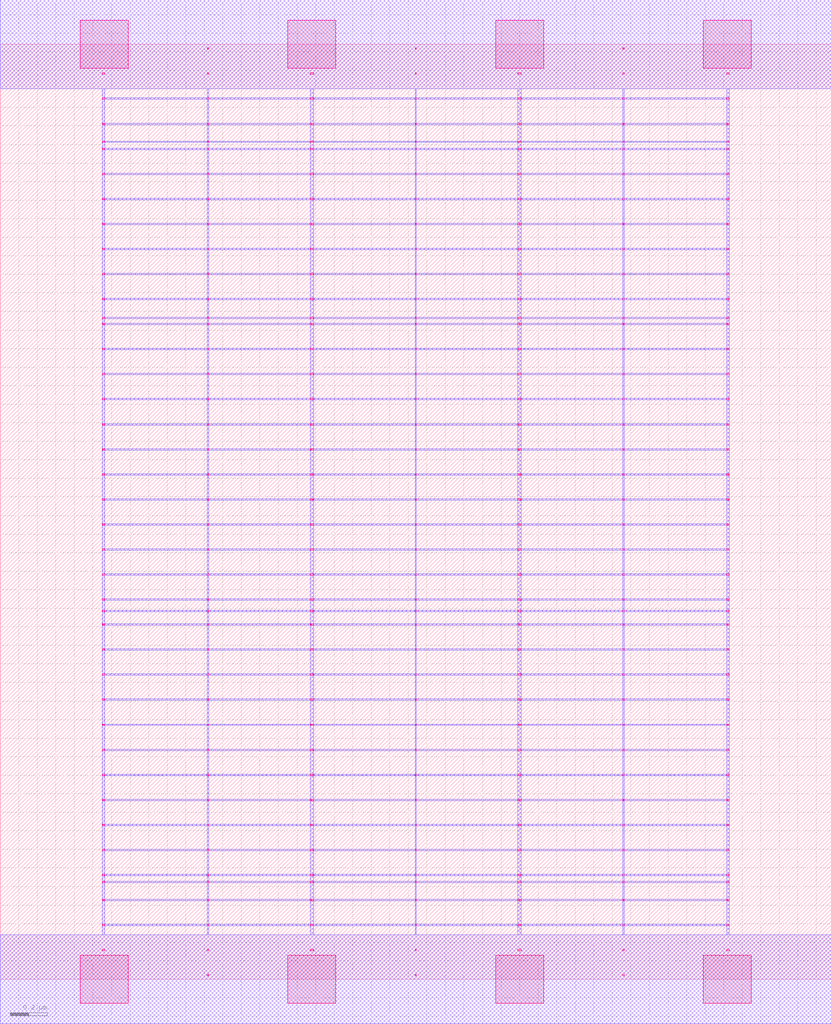
<source format=lef>
MACRO OAI21_DEBUG
 CLASS CORE ;
 FOREIGN OAI21_DEBUG 0 0 ;
 SIZE 4.48 BY 5.04 ;
 ORIGIN 0 0 ;
 SYMMETRY X Y R90 ;
 SITE unit ;

 OBS
    LAYER polycont ;
     RECT 0.55100000 2.58300000 0.56400000 2.59100000 ;
     RECT 1.11600000 2.58300000 1.12400000 2.59100000 ;
     RECT 1.67100000 2.58300000 1.68900000 2.59100000 ;
     RECT 2.23600000 2.58300000 2.24400000 2.59100000 ;
     RECT 2.79100000 2.58300000 2.80900000 2.59100000 ;
     RECT 3.35600000 2.58300000 3.36400000 2.59100000 ;
     RECT 3.91600000 2.58300000 3.92900000 2.59100000 ;
     RECT 0.55100000 2.71800000 0.56400000 2.72600000 ;
     RECT 1.11600000 2.71800000 1.12400000 2.72600000 ;
     RECT 1.67100000 2.71800000 1.68900000 2.72600000 ;
     RECT 2.23600000 2.71800000 2.24400000 2.72600000 ;
     RECT 2.79100000 2.71800000 2.80900000 2.72600000 ;
     RECT 3.35600000 2.71800000 3.36400000 2.72600000 ;
     RECT 3.91600000 2.71800000 3.92900000 2.72600000 ;
     RECT 0.55100000 2.85300000 0.56400000 2.86100000 ;
     RECT 1.11600000 2.85300000 1.12400000 2.86100000 ;
     RECT 1.67100000 2.85300000 1.68900000 2.86100000 ;
     RECT 2.23600000 2.85300000 2.24400000 2.86100000 ;
     RECT 2.79100000 2.85300000 2.80900000 2.86100000 ;
     RECT 3.35600000 2.85300000 3.36400000 2.86100000 ;
     RECT 3.91600000 2.85300000 3.92900000 2.86100000 ;
     RECT 0.55100000 2.98800000 0.56400000 2.99600000 ;
     RECT 1.11600000 2.98800000 1.12400000 2.99600000 ;
     RECT 1.67100000 2.98800000 1.68900000 2.99600000 ;
     RECT 2.23600000 2.98800000 2.24400000 2.99600000 ;
     RECT 2.79100000 2.98800000 2.80900000 2.99600000 ;
     RECT 3.35600000 2.98800000 3.36400000 2.99600000 ;
     RECT 3.91600000 2.98800000 3.92900000 2.99600000 ;

    LAYER pdiffc ;
     RECT 0.55100000 3.39300000 0.55900000 3.40100000 ;
     RECT 3.92100000 3.39300000 3.92900000 3.40100000 ;
     RECT 0.55100000 3.52800000 0.55900000 3.53600000 ;
     RECT 3.92100000 3.52800000 3.92900000 3.53600000 ;
     RECT 0.55100000 3.56100000 0.55900000 3.56900000 ;
     RECT 3.92100000 3.56100000 3.92900000 3.56900000 ;
     RECT 0.55100000 3.66300000 0.55900000 3.67100000 ;
     RECT 3.92100000 3.66300000 3.92900000 3.67100000 ;
     RECT 0.55100000 3.79800000 0.55900000 3.80600000 ;
     RECT 3.92100000 3.79800000 3.92900000 3.80600000 ;
     RECT 0.55100000 3.93300000 0.55900000 3.94100000 ;
     RECT 3.92100000 3.93300000 3.92900000 3.94100000 ;
     RECT 0.55100000 4.06800000 0.55900000 4.07600000 ;
     RECT 3.92100000 4.06800000 3.92900000 4.07600000 ;
     RECT 0.55100000 4.20300000 0.55900000 4.21100000 ;
     RECT 3.92100000 4.20300000 3.92900000 4.21100000 ;
     RECT 0.55100000 4.33800000 0.55900000 4.34600000 ;
     RECT 3.92100000 4.33800000 3.92900000 4.34600000 ;
     RECT 0.55100000 4.47300000 0.55900000 4.48100000 ;
     RECT 3.92100000 4.47300000 3.92900000 4.48100000 ;
     RECT 0.55100000 4.51100000 0.55900000 4.51900000 ;
     RECT 3.92100000 4.51100000 3.92900000 4.51900000 ;
     RECT 0.55100000 4.60800000 0.55900000 4.61600000 ;
     RECT 3.92100000 4.60800000 3.92900000 4.61600000 ;

    LAYER ndiffc ;
     RECT 0.55100000 0.42300000 0.56400000 0.43100000 ;
     RECT 1.67100000 0.42300000 1.68900000 0.43100000 ;
     RECT 2.79100000 0.42300000 2.80900000 0.43100000 ;
     RECT 3.91600000 0.42300000 3.92900000 0.43100000 ;
     RECT 0.55100000 0.52100000 0.56400000 0.52900000 ;
     RECT 1.67100000 0.52100000 1.68900000 0.52900000 ;
     RECT 2.79100000 0.52100000 2.80900000 0.52900000 ;
     RECT 3.91600000 0.52100000 3.92900000 0.52900000 ;
     RECT 0.55100000 0.55800000 0.56400000 0.56600000 ;
     RECT 1.67100000 0.55800000 1.68900000 0.56600000 ;
     RECT 2.79100000 0.55800000 2.80900000 0.56600000 ;
     RECT 3.91600000 0.55800000 3.92900000 0.56600000 ;
     RECT 0.55100000 0.69300000 0.56400000 0.70100000 ;
     RECT 1.67100000 0.69300000 1.68900000 0.70100000 ;
     RECT 2.79100000 0.69300000 2.80900000 0.70100000 ;
     RECT 3.91600000 0.69300000 3.92900000 0.70100000 ;
     RECT 0.55100000 0.82800000 0.56400000 0.83600000 ;
     RECT 1.67100000 0.82800000 1.68900000 0.83600000 ;
     RECT 2.79100000 0.82800000 2.80900000 0.83600000 ;
     RECT 3.91600000 0.82800000 3.92900000 0.83600000 ;
     RECT 0.55100000 0.96300000 0.56400000 0.97100000 ;
     RECT 1.67100000 0.96300000 1.68900000 0.97100000 ;
     RECT 2.79100000 0.96300000 2.80900000 0.97100000 ;
     RECT 3.91600000 0.96300000 3.92900000 0.97100000 ;
     RECT 0.55100000 1.09800000 0.56400000 1.10600000 ;
     RECT 1.67100000 1.09800000 1.68900000 1.10600000 ;
     RECT 2.79100000 1.09800000 2.80900000 1.10600000 ;
     RECT 3.91600000 1.09800000 3.92900000 1.10600000 ;
     RECT 0.55100000 1.23300000 0.56400000 1.24100000 ;
     RECT 1.67100000 1.23300000 1.68900000 1.24100000 ;
     RECT 2.79100000 1.23300000 2.80900000 1.24100000 ;
     RECT 3.91600000 1.23300000 3.92900000 1.24100000 ;
     RECT 0.55100000 1.36800000 0.56400000 1.37600000 ;
     RECT 1.67100000 1.36800000 1.68900000 1.37600000 ;
     RECT 2.79100000 1.36800000 2.80900000 1.37600000 ;
     RECT 3.91600000 1.36800000 3.92900000 1.37600000 ;
     RECT 0.55100000 1.50300000 0.56400000 1.51100000 ;
     RECT 1.67100000 1.50300000 1.68900000 1.51100000 ;
     RECT 2.79100000 1.50300000 2.80900000 1.51100000 ;
     RECT 3.91600000 1.50300000 3.92900000 1.51100000 ;
     RECT 0.55100000 1.63800000 0.56400000 1.64600000 ;
     RECT 1.67100000 1.63800000 1.68900000 1.64600000 ;
     RECT 2.79100000 1.63800000 2.80900000 1.64600000 ;
     RECT 3.91600000 1.63800000 3.92900000 1.64600000 ;
     RECT 0.55100000 1.77300000 0.56400000 1.78100000 ;
     RECT 1.67100000 1.77300000 1.68900000 1.78100000 ;
     RECT 2.79100000 1.77300000 2.80900000 1.78100000 ;
     RECT 3.91600000 1.77300000 3.92900000 1.78100000 ;
     RECT 0.55100000 1.90800000 0.56400000 1.91600000 ;
     RECT 1.67100000 1.90800000 1.68900000 1.91600000 ;
     RECT 2.79100000 1.90800000 2.80900000 1.91600000 ;
     RECT 3.91600000 1.90800000 3.92900000 1.91600000 ;
     RECT 0.55100000 1.98100000 0.56400000 1.98900000 ;
     RECT 1.67100000 1.98100000 1.68900000 1.98900000 ;
     RECT 2.79100000 1.98100000 2.80900000 1.98900000 ;
     RECT 3.91600000 1.98100000 3.92900000 1.98900000 ;
     RECT 0.55100000 2.04300000 0.56400000 2.05100000 ;
     RECT 1.67100000 2.04300000 1.68900000 2.05100000 ;
     RECT 2.79100000 2.04300000 2.80900000 2.05100000 ;
     RECT 3.91600000 2.04300000 3.92900000 2.05100000 ;

    LAYER met1 ;
     RECT 0.00000000 -0.24000000 4.48000000 0.24000000 ;
     RECT 2.23600000 0.24000000 2.24400000 0.28800000 ;
     RECT 0.55100000 0.28800000 3.92900000 0.29600000 ;
     RECT 2.23600000 0.29600000 2.24400000 0.42300000 ;
     RECT 0.55100000 0.42300000 3.92900000 0.43100000 ;
     RECT 2.23600000 0.43100000 2.24400000 0.52100000 ;
     RECT 0.55100000 0.52100000 3.92900000 0.52900000 ;
     RECT 2.23600000 0.52900000 2.24400000 0.55800000 ;
     RECT 0.55100000 0.55800000 3.92900000 0.56600000 ;
     RECT 2.23600000 0.56600000 2.24400000 0.69300000 ;
     RECT 0.55100000 0.69300000 3.92900000 0.70100000 ;
     RECT 2.23600000 0.70100000 2.24400000 0.82800000 ;
     RECT 0.55100000 0.82800000 3.92900000 0.83600000 ;
     RECT 2.23600000 0.83600000 2.24400000 0.96300000 ;
     RECT 0.55100000 0.96300000 3.92900000 0.97100000 ;
     RECT 2.23600000 0.97100000 2.24400000 1.09800000 ;
     RECT 0.55100000 1.09800000 3.92900000 1.10600000 ;
     RECT 2.23600000 1.10600000 2.24400000 1.23300000 ;
     RECT 0.55100000 1.23300000 3.92900000 1.24100000 ;
     RECT 2.23600000 1.24100000 2.24400000 1.36800000 ;
     RECT 0.55100000 1.36800000 3.92900000 1.37600000 ;
     RECT 2.23600000 1.37600000 2.24400000 1.50300000 ;
     RECT 0.55100000 1.50300000 3.92900000 1.51100000 ;
     RECT 2.23600000 1.51100000 2.24400000 1.63800000 ;
     RECT 0.55100000 1.63800000 3.92900000 1.64600000 ;
     RECT 2.23600000 1.64600000 2.24400000 1.77300000 ;
     RECT 0.55100000 1.77300000 3.92900000 1.78100000 ;
     RECT 2.23600000 1.78100000 2.24400000 1.90800000 ;
     RECT 0.55100000 1.90800000 3.92900000 1.91600000 ;
     RECT 2.23600000 1.91600000 2.24400000 1.98100000 ;
     RECT 0.55100000 1.98100000 3.92900000 1.98900000 ;
     RECT 2.23600000 1.98900000 2.24400000 2.04300000 ;
     RECT 0.55100000 2.04300000 3.92900000 2.05100000 ;
     RECT 2.23600000 2.05100000 2.24400000 2.17800000 ;
     RECT 0.55100000 2.17800000 3.92900000 2.18600000 ;
     RECT 2.23600000 2.18600000 2.24400000 2.31300000 ;
     RECT 0.55100000 2.31300000 3.92900000 2.32100000 ;
     RECT 2.23600000 2.32100000 2.24400000 2.44800000 ;
     RECT 0.55100000 2.44800000 3.92900000 2.45600000 ;
     RECT 0.55100000 2.45600000 0.56400000 2.58300000 ;
     RECT 1.11600000 2.45600000 1.12400000 2.58300000 ;
     RECT 1.67100000 2.45600000 1.68900000 2.58300000 ;
     RECT 2.23600000 2.45600000 2.24400000 2.58300000 ;
     RECT 2.79100000 2.45600000 2.80900000 2.58300000 ;
     RECT 3.35600000 2.45600000 3.36400000 2.58300000 ;
     RECT 3.91600000 2.45600000 3.92900000 2.58300000 ;
     RECT 0.55100000 2.58300000 3.92900000 2.59100000 ;
     RECT 2.23600000 2.59100000 2.24400000 2.71800000 ;
     RECT 0.55100000 2.71800000 3.92900000 2.72600000 ;
     RECT 2.23600000 2.72600000 2.24400000 2.85300000 ;
     RECT 0.55100000 2.85300000 3.92900000 2.86100000 ;
     RECT 2.23600000 2.86100000 2.24400000 2.98800000 ;
     RECT 0.55100000 2.98800000 3.92900000 2.99600000 ;
     RECT 2.23600000 2.99600000 2.24400000 3.12300000 ;
     RECT 0.55100000 3.12300000 3.92900000 3.13100000 ;
     RECT 2.23600000 3.13100000 2.24400000 3.25800000 ;
     RECT 0.55100000 3.25800000 3.92900000 3.26600000 ;
     RECT 2.23600000 3.26600000 2.24400000 3.39300000 ;
     RECT 0.55100000 3.39300000 3.92900000 3.40100000 ;
     RECT 2.23600000 3.40100000 2.24400000 3.52800000 ;
     RECT 0.55100000 3.52800000 3.92900000 3.53600000 ;
     RECT 2.23600000 3.53600000 2.24400000 3.56100000 ;
     RECT 0.55100000 3.56100000 3.92900000 3.56900000 ;
     RECT 2.23600000 3.56900000 2.24400000 3.66300000 ;
     RECT 0.55100000 3.66300000 3.92900000 3.67100000 ;
     RECT 2.23600000 3.67100000 2.24400000 3.79800000 ;
     RECT 0.55100000 3.79800000 3.92900000 3.80600000 ;
     RECT 2.23600000 3.80600000 2.24400000 3.93300000 ;
     RECT 0.55100000 3.93300000 3.92900000 3.94100000 ;
     RECT 2.23600000 3.94100000 2.24400000 4.06800000 ;
     RECT 0.55100000 4.06800000 3.92900000 4.07600000 ;
     RECT 2.23600000 4.07600000 2.24400000 4.20300000 ;
     RECT 0.55100000 4.20300000 3.92900000 4.21100000 ;
     RECT 2.23600000 4.21100000 2.24400000 4.33800000 ;
     RECT 0.55100000 4.33800000 3.92900000 4.34600000 ;
     RECT 2.23600000 4.34600000 2.24400000 4.47300000 ;
     RECT 0.55100000 4.47300000 3.92900000 4.48100000 ;
     RECT 2.23600000 4.48100000 2.24400000 4.51100000 ;
     RECT 0.55100000 4.51100000 3.92900000 4.51900000 ;
     RECT 2.23600000 4.51900000 2.24400000 4.60800000 ;
     RECT 0.55100000 4.60800000 3.92900000 4.61600000 ;
     RECT 2.23600000 4.61600000 2.24400000 4.74300000 ;
     RECT 0.55100000 4.74300000 3.92900000 4.75100000 ;
     RECT 2.23600000 4.75100000 2.24400000 4.80000000 ;
     RECT 0.00000000 4.80000000 4.48000000 5.28000000 ;
     RECT 3.91600000 3.53600000 3.92900000 3.56100000 ;
     RECT 2.79100000 2.72600000 2.80900000 2.85300000 ;
     RECT 2.79100000 2.99600000 2.80900000 3.12300000 ;
     RECT 2.79100000 3.56900000 2.80900000 3.66300000 ;
     RECT 3.35600000 3.56900000 3.36400000 3.66300000 ;
     RECT 3.91600000 3.56900000 3.92900000 3.66300000 ;
     RECT 3.35600000 2.99600000 3.36400000 3.12300000 ;
     RECT 3.91600000 2.99600000 3.92900000 3.12300000 ;
     RECT 2.79100000 3.67100000 2.80900000 3.79800000 ;
     RECT 3.35600000 3.67100000 3.36400000 3.79800000 ;
     RECT 3.91600000 3.67100000 3.92900000 3.79800000 ;
     RECT 3.35600000 2.72600000 3.36400000 2.85300000 ;
     RECT 3.91600000 2.72600000 3.92900000 2.85300000 ;
     RECT 2.79100000 3.80600000 2.80900000 3.93300000 ;
     RECT 3.35600000 3.80600000 3.36400000 3.93300000 ;
     RECT 3.91600000 3.80600000 3.92900000 3.93300000 ;
     RECT 2.79100000 3.13100000 2.80900000 3.25800000 ;
     RECT 3.35600000 3.13100000 3.36400000 3.25800000 ;
     RECT 2.79100000 3.94100000 2.80900000 4.06800000 ;
     RECT 3.35600000 3.94100000 3.36400000 4.06800000 ;
     RECT 3.91600000 3.94100000 3.92900000 4.06800000 ;
     RECT 3.91600000 3.13100000 3.92900000 3.25800000 ;
     RECT 3.91600000 2.59100000 3.92900000 2.71800000 ;
     RECT 2.79100000 4.07600000 2.80900000 4.20300000 ;
     RECT 3.35600000 4.07600000 3.36400000 4.20300000 ;
     RECT 3.91600000 4.07600000 3.92900000 4.20300000 ;
     RECT 2.79100000 2.59100000 2.80900000 2.71800000 ;
     RECT 2.79100000 3.26600000 2.80900000 3.39300000 ;
     RECT 2.79100000 4.21100000 2.80900000 4.33800000 ;
     RECT 3.35600000 4.21100000 3.36400000 4.33800000 ;
     RECT 3.91600000 4.21100000 3.92900000 4.33800000 ;
     RECT 3.35600000 3.26600000 3.36400000 3.39300000 ;
     RECT 3.91600000 3.26600000 3.92900000 3.39300000 ;
     RECT 2.79100000 4.34600000 2.80900000 4.47300000 ;
     RECT 3.35600000 4.34600000 3.36400000 4.47300000 ;
     RECT 3.91600000 4.34600000 3.92900000 4.47300000 ;
     RECT 2.79100000 2.86100000 2.80900000 2.98800000 ;
     RECT 3.35600000 2.86100000 3.36400000 2.98800000 ;
     RECT 2.79100000 4.48100000 2.80900000 4.51100000 ;
     RECT 3.35600000 4.48100000 3.36400000 4.51100000 ;
     RECT 3.91600000 4.48100000 3.92900000 4.51100000 ;
     RECT 2.79100000 3.40100000 2.80900000 3.52800000 ;
     RECT 3.35600000 3.40100000 3.36400000 3.52800000 ;
     RECT 2.79100000 4.51900000 2.80900000 4.60800000 ;
     RECT 3.35600000 4.51900000 3.36400000 4.60800000 ;
     RECT 3.91600000 4.51900000 3.92900000 4.60800000 ;
     RECT 3.91600000 3.40100000 3.92900000 3.52800000 ;
     RECT 3.91600000 2.86100000 3.92900000 2.98800000 ;
     RECT 2.79100000 4.61600000 2.80900000 4.74300000 ;
     RECT 3.35600000 4.61600000 3.36400000 4.74300000 ;
     RECT 3.91600000 4.61600000 3.92900000 4.74300000 ;
     RECT 3.35600000 2.59100000 3.36400000 2.71800000 ;
     RECT 2.79100000 3.53600000 2.80900000 3.56100000 ;
     RECT 2.79100000 4.75100000 2.80900000 4.80000000 ;
     RECT 3.35600000 4.75100000 3.36400000 4.80000000 ;
     RECT 3.91600000 4.75100000 3.92900000 4.80000000 ;
     RECT 3.35600000 3.53600000 3.36400000 3.56100000 ;
     RECT 1.67100000 2.59100000 1.68900000 2.71800000 ;
     RECT 0.55100000 4.07600000 0.56400000 4.20300000 ;
     RECT 1.11600000 4.07600000 1.12400000 4.20300000 ;
     RECT 1.67100000 4.07600000 1.68900000 4.20300000 ;
     RECT 0.55100000 2.59100000 0.56400000 2.71800000 ;
     RECT 1.11600000 2.59100000 1.12400000 2.71800000 ;
     RECT 0.55100000 2.72600000 0.56400000 2.85300000 ;
     RECT 0.55100000 2.99600000 0.56400000 3.12300000 ;
     RECT 0.55100000 3.56900000 0.56400000 3.66300000 ;
     RECT 0.55100000 4.21100000 0.56400000 4.33800000 ;
     RECT 1.11600000 4.21100000 1.12400000 4.33800000 ;
     RECT 1.67100000 4.21100000 1.68900000 4.33800000 ;
     RECT 1.11600000 3.56900000 1.12400000 3.66300000 ;
     RECT 1.67100000 3.56900000 1.68900000 3.66300000 ;
     RECT 0.55100000 3.26600000 0.56400000 3.39300000 ;
     RECT 1.11600000 3.26600000 1.12400000 3.39300000 ;
     RECT 1.67100000 3.26600000 1.68900000 3.39300000 ;
     RECT 0.55100000 4.34600000 0.56400000 4.47300000 ;
     RECT 1.11600000 4.34600000 1.12400000 4.47300000 ;
     RECT 1.67100000 4.34600000 1.68900000 4.47300000 ;
     RECT 1.11600000 2.99600000 1.12400000 3.12300000 ;
     RECT 1.67100000 2.99600000 1.68900000 3.12300000 ;
     RECT 0.55100000 3.67100000 0.56400000 3.79800000 ;
     RECT 1.11600000 3.67100000 1.12400000 3.79800000 ;
     RECT 1.67100000 3.67100000 1.68900000 3.79800000 ;
     RECT 0.55100000 4.48100000 0.56400000 4.51100000 ;
     RECT 1.11600000 4.48100000 1.12400000 4.51100000 ;
     RECT 1.67100000 4.48100000 1.68900000 4.51100000 ;
     RECT 1.11600000 2.72600000 1.12400000 2.85300000 ;
     RECT 0.55100000 2.86100000 0.56400000 2.98800000 ;
     RECT 1.11600000 2.86100000 1.12400000 2.98800000 ;
     RECT 0.55100000 3.40100000 0.56400000 3.52800000 ;
     RECT 1.11600000 3.40100000 1.12400000 3.52800000 ;
     RECT 0.55100000 4.51900000 0.56400000 4.60800000 ;
     RECT 1.11600000 4.51900000 1.12400000 4.60800000 ;
     RECT 1.67100000 4.51900000 1.68900000 4.60800000 ;
     RECT 0.55100000 3.80600000 0.56400000 3.93300000 ;
     RECT 1.11600000 3.80600000 1.12400000 3.93300000 ;
     RECT 1.67100000 3.80600000 1.68900000 3.93300000 ;
     RECT 1.67100000 3.40100000 1.68900000 3.52800000 ;
     RECT 1.67100000 2.86100000 1.68900000 2.98800000 ;
     RECT 0.55100000 4.61600000 0.56400000 4.74300000 ;
     RECT 1.11600000 4.61600000 1.12400000 4.74300000 ;
     RECT 1.67100000 4.61600000 1.68900000 4.74300000 ;
     RECT 1.67100000 2.72600000 1.68900000 2.85300000 ;
     RECT 0.55100000 3.13100000 0.56400000 3.25800000 ;
     RECT 1.11600000 3.13100000 1.12400000 3.25800000 ;
     RECT 0.55100000 3.94100000 0.56400000 4.06800000 ;
     RECT 1.11600000 3.94100000 1.12400000 4.06800000 ;
     RECT 0.55100000 4.75100000 0.56400000 4.80000000 ;
     RECT 1.11600000 4.75100000 1.12400000 4.80000000 ;
     RECT 1.67100000 4.75100000 1.68900000 4.80000000 ;
     RECT 1.67100000 3.94100000 1.68900000 4.06800000 ;
     RECT 1.67100000 3.13100000 1.68900000 3.25800000 ;
     RECT 0.55100000 3.53600000 0.56400000 3.56100000 ;
     RECT 1.11600000 3.53600000 1.12400000 3.56100000 ;
     RECT 1.67100000 3.53600000 1.68900000 3.56100000 ;
     RECT 1.67100000 0.43100000 1.68900000 0.52100000 ;
     RECT 0.55100000 2.18600000 0.56400000 2.31300000 ;
     RECT 1.11600000 2.18600000 1.12400000 2.31300000 ;
     RECT 1.67100000 2.18600000 1.68900000 2.31300000 ;
     RECT 1.11600000 0.24000000 1.12400000 0.28800000 ;
     RECT 0.55100000 0.97100000 0.56400000 1.09800000 ;
     RECT 0.55100000 2.32100000 0.56400000 2.44800000 ;
     RECT 1.11600000 2.32100000 1.12400000 2.44800000 ;
     RECT 1.67100000 2.32100000 1.68900000 2.44800000 ;
     RECT 1.11600000 0.97100000 1.12400000 1.09800000 ;
     RECT 1.67100000 0.97100000 1.68900000 1.09800000 ;
     RECT 0.55100000 0.29600000 0.56400000 0.42300000 ;
     RECT 0.55100000 0.52900000 0.56400000 0.55800000 ;
     RECT 0.55100000 1.10600000 0.56400000 1.23300000 ;
     RECT 1.11600000 1.10600000 1.12400000 1.23300000 ;
     RECT 1.67100000 1.10600000 1.68900000 1.23300000 ;
     RECT 1.11600000 0.52900000 1.12400000 0.55800000 ;
     RECT 1.67100000 0.52900000 1.68900000 0.55800000 ;
     RECT 0.55100000 1.24100000 0.56400000 1.36800000 ;
     RECT 1.11600000 1.24100000 1.12400000 1.36800000 ;
     RECT 1.67100000 1.24100000 1.68900000 1.36800000 ;
     RECT 1.11600000 0.29600000 1.12400000 0.42300000 ;
     RECT 1.67100000 0.29600000 1.68900000 0.42300000 ;
     RECT 0.55100000 1.37600000 0.56400000 1.50300000 ;
     RECT 1.11600000 1.37600000 1.12400000 1.50300000 ;
     RECT 1.67100000 1.37600000 1.68900000 1.50300000 ;
     RECT 0.55100000 0.56600000 0.56400000 0.69300000 ;
     RECT 1.11600000 0.56600000 1.12400000 0.69300000 ;
     RECT 0.55100000 1.51100000 0.56400000 1.63800000 ;
     RECT 1.11600000 1.51100000 1.12400000 1.63800000 ;
     RECT 1.67100000 1.51100000 1.68900000 1.63800000 ;
     RECT 1.67100000 0.56600000 1.68900000 0.69300000 ;
     RECT 1.67100000 0.24000000 1.68900000 0.28800000 ;
     RECT 0.55100000 1.64600000 0.56400000 1.77300000 ;
     RECT 1.11600000 1.64600000 1.12400000 1.77300000 ;
     RECT 1.67100000 1.64600000 1.68900000 1.77300000 ;
     RECT 0.55100000 0.24000000 0.56400000 0.28800000 ;
     RECT 0.55100000 0.70100000 0.56400000 0.82800000 ;
     RECT 0.55100000 1.78100000 0.56400000 1.90800000 ;
     RECT 1.11600000 1.78100000 1.12400000 1.90800000 ;
     RECT 1.67100000 1.78100000 1.68900000 1.90800000 ;
     RECT 1.11600000 0.70100000 1.12400000 0.82800000 ;
     RECT 1.67100000 0.70100000 1.68900000 0.82800000 ;
     RECT 0.55100000 1.91600000 0.56400000 1.98100000 ;
     RECT 1.11600000 1.91600000 1.12400000 1.98100000 ;
     RECT 1.67100000 1.91600000 1.68900000 1.98100000 ;
     RECT 0.55100000 0.43100000 0.56400000 0.52100000 ;
     RECT 1.11600000 0.43100000 1.12400000 0.52100000 ;
     RECT 0.55100000 1.98900000 0.56400000 2.04300000 ;
     RECT 1.11600000 1.98900000 1.12400000 2.04300000 ;
     RECT 1.67100000 1.98900000 1.68900000 2.04300000 ;
     RECT 0.55100000 0.83600000 0.56400000 0.96300000 ;
     RECT 1.11600000 0.83600000 1.12400000 0.96300000 ;
     RECT 0.55100000 2.05100000 0.56400000 2.17800000 ;
     RECT 1.11600000 2.05100000 1.12400000 2.17800000 ;
     RECT 1.67100000 2.05100000 1.68900000 2.17800000 ;
     RECT 1.67100000 0.83600000 1.68900000 0.96300000 ;
     RECT 3.35600000 2.18600000 3.36400000 2.31300000 ;
     RECT 3.91600000 2.18600000 3.92900000 2.31300000 ;
     RECT 3.91600000 0.29600000 3.92900000 0.42300000 ;
     RECT 2.79100000 0.56600000 2.80900000 0.69300000 ;
     RECT 3.35600000 0.56600000 3.36400000 0.69300000 ;
     RECT 2.79100000 1.51100000 2.80900000 1.63800000 ;
     RECT 3.35600000 1.51100000 3.36400000 1.63800000 ;
     RECT 2.79100000 2.32100000 2.80900000 2.44800000 ;
     RECT 3.35600000 2.32100000 3.36400000 2.44800000 ;
     RECT 3.91600000 2.32100000 3.92900000 2.44800000 ;
     RECT 3.91600000 1.51100000 3.92900000 1.63800000 ;
     RECT 3.91600000 0.56600000 3.92900000 0.69300000 ;
     RECT 2.79100000 0.97100000 2.80900000 1.09800000 ;
     RECT 3.35600000 0.97100000 3.36400000 1.09800000 ;
     RECT 3.91600000 0.97100000 3.92900000 1.09800000 ;
     RECT 3.91600000 0.24000000 3.92900000 0.28800000 ;
     RECT 2.79100000 1.64600000 2.80900000 1.77300000 ;
     RECT 3.35600000 1.64600000 3.36400000 1.77300000 ;
     RECT 3.91600000 1.64600000 3.92900000 1.77300000 ;
     RECT 2.79100000 0.24000000 2.80900000 0.28800000 ;
     RECT 3.35600000 0.24000000 3.36400000 0.28800000 ;
     RECT 2.79100000 0.29600000 2.80900000 0.42300000 ;
     RECT 2.79100000 0.52900000 2.80900000 0.55800000 ;
     RECT 2.79100000 1.10600000 2.80900000 1.23300000 ;
     RECT 2.79100000 1.78100000 2.80900000 1.90800000 ;
     RECT 3.35600000 1.78100000 3.36400000 1.90800000 ;
     RECT 3.91600000 1.78100000 3.92900000 1.90800000 ;
     RECT 3.35600000 1.10600000 3.36400000 1.23300000 ;
     RECT 3.91600000 1.10600000 3.92900000 1.23300000 ;
     RECT 2.79100000 0.70100000 2.80900000 0.82800000 ;
     RECT 3.35600000 0.70100000 3.36400000 0.82800000 ;
     RECT 3.91600000 0.70100000 3.92900000 0.82800000 ;
     RECT 2.79100000 1.91600000 2.80900000 1.98100000 ;
     RECT 3.35600000 1.91600000 3.36400000 1.98100000 ;
     RECT 3.91600000 1.91600000 3.92900000 1.98100000 ;
     RECT 3.35600000 0.52900000 3.36400000 0.55800000 ;
     RECT 3.91600000 0.52900000 3.92900000 0.55800000 ;
     RECT 2.79100000 1.24100000 2.80900000 1.36800000 ;
     RECT 3.35600000 1.24100000 3.36400000 1.36800000 ;
     RECT 3.91600000 1.24100000 3.92900000 1.36800000 ;
     RECT 2.79100000 1.98900000 2.80900000 2.04300000 ;
     RECT 3.35600000 1.98900000 3.36400000 2.04300000 ;
     RECT 3.91600000 1.98900000 3.92900000 2.04300000 ;
     RECT 3.35600000 0.29600000 3.36400000 0.42300000 ;
     RECT 2.79100000 0.43100000 2.80900000 0.52100000 ;
     RECT 3.35600000 0.43100000 3.36400000 0.52100000 ;
     RECT 2.79100000 0.83600000 2.80900000 0.96300000 ;
     RECT 3.35600000 0.83600000 3.36400000 0.96300000 ;
     RECT 2.79100000 2.05100000 2.80900000 2.17800000 ;
     RECT 3.35600000 2.05100000 3.36400000 2.17800000 ;
     RECT 3.91600000 2.05100000 3.92900000 2.17800000 ;
     RECT 2.79100000 1.37600000 2.80900000 1.50300000 ;
     RECT 3.35600000 1.37600000 3.36400000 1.50300000 ;
     RECT 3.91600000 1.37600000 3.92900000 1.50300000 ;
     RECT 3.91600000 0.83600000 3.92900000 0.96300000 ;
     RECT 3.91600000 0.43100000 3.92900000 0.52100000 ;
     RECT 2.79100000 2.18600000 2.80900000 2.31300000 ;

    LAYER via1 ;
     RECT 2.23600000 0.01800000 2.24400000 0.02600000 ;
     RECT 2.23600000 0.15300000 2.24400000 0.16100000 ;
     RECT 2.23600000 0.28800000 2.24400000 0.29600000 ;
     RECT 2.23600000 0.42300000 2.24400000 0.43100000 ;
     RECT 2.23600000 0.52100000 2.24400000 0.52900000 ;
     RECT 2.23600000 0.55800000 2.24400000 0.56600000 ;
     RECT 2.23600000 0.69300000 2.24400000 0.70100000 ;
     RECT 2.23600000 0.82800000 2.24400000 0.83600000 ;
     RECT 2.23600000 0.96300000 2.24400000 0.97100000 ;
     RECT 2.23600000 1.09800000 2.24400000 1.10600000 ;
     RECT 2.23600000 1.23300000 2.24400000 1.24100000 ;
     RECT 2.23600000 1.36800000 2.24400000 1.37600000 ;
     RECT 2.23600000 1.50300000 2.24400000 1.51100000 ;
     RECT 2.23600000 1.63800000 2.24400000 1.64600000 ;
     RECT 2.23600000 1.77300000 2.24400000 1.78100000 ;
     RECT 2.23600000 1.90800000 2.24400000 1.91600000 ;
     RECT 2.23600000 1.98100000 2.24400000 1.98900000 ;
     RECT 2.23600000 2.04300000 2.24400000 2.05100000 ;
     RECT 2.23600000 2.17800000 2.24400000 2.18600000 ;
     RECT 2.23600000 2.31300000 2.24400000 2.32100000 ;
     RECT 2.23600000 2.44800000 2.24400000 2.45600000 ;
     RECT 2.23600000 2.58300000 2.24400000 2.59100000 ;
     RECT 2.23600000 2.71800000 2.24400000 2.72600000 ;
     RECT 2.23600000 2.85300000 2.24400000 2.86100000 ;
     RECT 2.23600000 2.98800000 2.24400000 2.99600000 ;
     RECT 2.23600000 3.12300000 2.24400000 3.13100000 ;
     RECT 2.23600000 3.25800000 2.24400000 3.26600000 ;
     RECT 2.23600000 3.39300000 2.24400000 3.40100000 ;
     RECT 2.23600000 3.52800000 2.24400000 3.53600000 ;
     RECT 2.23600000 3.56100000 2.24400000 3.56900000 ;
     RECT 2.23600000 3.66300000 2.24400000 3.67100000 ;
     RECT 2.23600000 3.79800000 2.24400000 3.80600000 ;
     RECT 2.23600000 3.93300000 2.24400000 3.94100000 ;
     RECT 2.23600000 4.06800000 2.24400000 4.07600000 ;
     RECT 2.23600000 4.20300000 2.24400000 4.21100000 ;
     RECT 2.23600000 4.33800000 2.24400000 4.34600000 ;
     RECT 2.23600000 4.47300000 2.24400000 4.48100000 ;
     RECT 2.23600000 4.51100000 2.24400000 4.51900000 ;
     RECT 2.23600000 4.60800000 2.24400000 4.61600000 ;
     RECT 2.23600000 4.74300000 2.24400000 4.75100000 ;
     RECT 2.23600000 4.87800000 2.24400000 4.88600000 ;
     RECT 2.23600000 5.01300000 2.24400000 5.02100000 ;
     RECT 2.79100000 3.25800000 2.80900000 3.26600000 ;
     RECT 3.35600000 3.25800000 3.36400000 3.26600000 ;
     RECT 3.91600000 3.25800000 3.92900000 3.26600000 ;
     RECT 3.35600000 2.71800000 3.36400000 2.72600000 ;
     RECT 2.79100000 3.39300000 2.80900000 3.40100000 ;
     RECT 3.35600000 3.39300000 3.36400000 3.40100000 ;
     RECT 3.91600000 3.39300000 3.92900000 3.40100000 ;
     RECT 3.91600000 2.71800000 3.92900000 2.72600000 ;
     RECT 2.79100000 3.52800000 2.80900000 3.53600000 ;
     RECT 3.35600000 3.52800000 3.36400000 3.53600000 ;
     RECT 3.91600000 3.52800000 3.92900000 3.53600000 ;
     RECT 3.35600000 2.58300000 3.36400000 2.59100000 ;
     RECT 2.79100000 3.56100000 2.80900000 3.56900000 ;
     RECT 3.35600000 3.56100000 3.36400000 3.56900000 ;
     RECT 3.91600000 3.56100000 3.92900000 3.56900000 ;
     RECT 2.79100000 2.85300000 2.80900000 2.86100000 ;
     RECT 2.79100000 3.66300000 2.80900000 3.67100000 ;
     RECT 3.35600000 3.66300000 3.36400000 3.67100000 ;
     RECT 3.91600000 3.66300000 3.92900000 3.67100000 ;
     RECT 3.35600000 2.85300000 3.36400000 2.86100000 ;
     RECT 2.79100000 3.79800000 2.80900000 3.80600000 ;
     RECT 3.35600000 3.79800000 3.36400000 3.80600000 ;
     RECT 3.91600000 3.79800000 3.92900000 3.80600000 ;
     RECT 3.91600000 2.85300000 3.92900000 2.86100000 ;
     RECT 2.79100000 3.93300000 2.80900000 3.94100000 ;
     RECT 3.35600000 3.93300000 3.36400000 3.94100000 ;
     RECT 3.91600000 3.93300000 3.92900000 3.94100000 ;
     RECT 3.91600000 2.58300000 3.92900000 2.59100000 ;
     RECT 2.79100000 4.06800000 2.80900000 4.07600000 ;
     RECT 3.35600000 4.06800000 3.36400000 4.07600000 ;
     RECT 3.91600000 4.06800000 3.92900000 4.07600000 ;
     RECT 2.79100000 2.98800000 2.80900000 2.99600000 ;
     RECT 2.79100000 4.20300000 2.80900000 4.21100000 ;
     RECT 3.35600000 4.20300000 3.36400000 4.21100000 ;
     RECT 3.91600000 4.20300000 3.92900000 4.21100000 ;
     RECT 3.35600000 2.98800000 3.36400000 2.99600000 ;
     RECT 2.79100000 4.33800000 2.80900000 4.34600000 ;
     RECT 3.35600000 4.33800000 3.36400000 4.34600000 ;
     RECT 3.91600000 4.33800000 3.92900000 4.34600000 ;
     RECT 3.91600000 2.98800000 3.92900000 2.99600000 ;
     RECT 2.79100000 4.47300000 2.80900000 4.48100000 ;
     RECT 3.35600000 4.47300000 3.36400000 4.48100000 ;
     RECT 3.91600000 4.47300000 3.92900000 4.48100000 ;
     RECT 2.79100000 2.58300000 2.80900000 2.59100000 ;
     RECT 2.79100000 4.51100000 2.80900000 4.51900000 ;
     RECT 3.35600000 4.51100000 3.36400000 4.51900000 ;
     RECT 3.91600000 4.51100000 3.92900000 4.51900000 ;
     RECT 2.79100000 3.12300000 2.80900000 3.13100000 ;
     RECT 2.79100000 4.60800000 2.80900000 4.61600000 ;
     RECT 3.35600000 4.60800000 3.36400000 4.61600000 ;
     RECT 3.91600000 4.60800000 3.92900000 4.61600000 ;
     RECT 3.35600000 3.12300000 3.36400000 3.13100000 ;
     RECT 2.79100000 4.74300000 2.80900000 4.75100000 ;
     RECT 3.35600000 4.74300000 3.36400000 4.75100000 ;
     RECT 3.91600000 4.74300000 3.92900000 4.75100000 ;
     RECT 3.91600000 3.12300000 3.92900000 3.13100000 ;
     RECT 2.79100000 4.87800000 2.80900000 4.88600000 ;
     RECT 3.35600000 4.87800000 3.36400000 4.88600000 ;
     RECT 3.91600000 4.87800000 3.92900000 4.88600000 ;
     RECT 2.79100000 2.71800000 2.80900000 2.72600000 ;
     RECT 3.35600000 5.01300000 3.36400000 5.02100000 ;
     RECT 2.67000000 4.91000000 2.93000000 5.17000000 ;
     RECT 3.79000000 4.91000000 4.05000000 5.17000000 ;
     RECT 0.55100000 4.06800000 0.56400000 4.07600000 ;
     RECT 1.11600000 4.06800000 1.12400000 4.07600000 ;
     RECT 1.67100000 4.06800000 1.68900000 4.07600000 ;
     RECT 1.11600000 2.85300000 1.12400000 2.86100000 ;
     RECT 0.55100000 3.52800000 0.56400000 3.53600000 ;
     RECT 1.11600000 3.52800000 1.12400000 3.53600000 ;
     RECT 1.67100000 3.52800000 1.68900000 3.53600000 ;
     RECT 0.55100000 4.20300000 0.56400000 4.21100000 ;
     RECT 1.11600000 4.20300000 1.12400000 4.21100000 ;
     RECT 1.67100000 4.20300000 1.68900000 4.21100000 ;
     RECT 0.55100000 3.12300000 0.56400000 3.13100000 ;
     RECT 1.11600000 3.12300000 1.12400000 3.13100000 ;
     RECT 1.67100000 3.12300000 1.68900000 3.13100000 ;
     RECT 1.67100000 2.85300000 1.68900000 2.86100000 ;
     RECT 0.55100000 4.33800000 0.56400000 4.34600000 ;
     RECT 1.11600000 4.33800000 1.12400000 4.34600000 ;
     RECT 1.67100000 4.33800000 1.68900000 4.34600000 ;
     RECT 0.55100000 3.56100000 0.56400000 3.56900000 ;
     RECT 1.11600000 3.56100000 1.12400000 3.56900000 ;
     RECT 1.67100000 3.56100000 1.68900000 3.56900000 ;
     RECT 1.11600000 2.71800000 1.12400000 2.72600000 ;
     RECT 0.55100000 4.47300000 0.56400000 4.48100000 ;
     RECT 1.11600000 4.47300000 1.12400000 4.48100000 ;
     RECT 1.67100000 4.47300000 1.68900000 4.48100000 ;
     RECT 1.67100000 2.71800000 1.68900000 2.72600000 ;
     RECT 1.11600000 2.58300000 1.12400000 2.59100000 ;
     RECT 0.55100000 3.25800000 0.56400000 3.26600000 ;
     RECT 0.55100000 3.66300000 0.56400000 3.67100000 ;
     RECT 0.55100000 4.51100000 0.56400000 4.51900000 ;
     RECT 1.11600000 4.51100000 1.12400000 4.51900000 ;
     RECT 1.67100000 4.51100000 1.68900000 4.51900000 ;
     RECT 1.11600000 3.66300000 1.12400000 3.67100000 ;
     RECT 1.67100000 3.66300000 1.68900000 3.67100000 ;
     RECT 1.11600000 3.25800000 1.12400000 3.26600000 ;
     RECT 1.67100000 3.25800000 1.68900000 3.26600000 ;
     RECT 0.55100000 4.60800000 0.56400000 4.61600000 ;
     RECT 1.11600000 4.60800000 1.12400000 4.61600000 ;
     RECT 1.67100000 4.60800000 1.68900000 4.61600000 ;
     RECT 1.67100000 2.58300000 1.68900000 2.59100000 ;
     RECT 0.55100000 2.98800000 0.56400000 2.99600000 ;
     RECT 0.55100000 3.79800000 0.56400000 3.80600000 ;
     RECT 1.11600000 3.79800000 1.12400000 3.80600000 ;
     RECT 0.55100000 4.74300000 0.56400000 4.75100000 ;
     RECT 1.11600000 4.74300000 1.12400000 4.75100000 ;
     RECT 1.67100000 4.74300000 1.68900000 4.75100000 ;
     RECT 1.67100000 3.79800000 1.68900000 3.80600000 ;
     RECT 1.11600000 2.98800000 1.12400000 2.99600000 ;
     RECT 1.67100000 2.98800000 1.68900000 2.99600000 ;
     RECT 0.55100000 3.39300000 0.56400000 3.40100000 ;
     RECT 0.55100000 4.87800000 0.56400000 4.88600000 ;
     RECT 1.11600000 4.87800000 1.12400000 4.88600000 ;
     RECT 1.67100000 4.87800000 1.68900000 4.88600000 ;
     RECT 1.11600000 3.39300000 1.12400000 3.40100000 ;
     RECT 0.55100000 3.93300000 0.56400000 3.94100000 ;
     RECT 1.11600000 3.93300000 1.12400000 3.94100000 ;
     RECT 1.67100000 3.93300000 1.68900000 3.94100000 ;
     RECT 1.11600000 5.01300000 1.12400000 5.02100000 ;
     RECT 1.67100000 3.39300000 1.68900000 3.40100000 ;
     RECT 0.55100000 2.58300000 0.56400000 2.59100000 ;
     RECT 0.43000000 4.91000000 0.69000000 5.17000000 ;
     RECT 1.55000000 4.91000000 1.81000000 5.17000000 ;
     RECT 0.55100000 2.71800000 0.56400000 2.72600000 ;
     RECT 0.55100000 2.85300000 0.56400000 2.86100000 ;
     RECT 1.67100000 1.23300000 1.68900000 1.24100000 ;
     RECT 1.67100000 0.28800000 1.68900000 0.29600000 ;
     RECT 0.55100000 1.36800000 0.56400000 1.37600000 ;
     RECT 1.11600000 1.36800000 1.12400000 1.37600000 ;
     RECT 1.67100000 1.36800000 1.68900000 1.37600000 ;
     RECT 0.43000000 -0.13000000 0.69000000 0.13000000 ;
     RECT 0.55100000 1.50300000 0.56400000 1.51100000 ;
     RECT 1.11600000 1.50300000 1.12400000 1.51100000 ;
     RECT 1.67100000 1.50300000 1.68900000 1.51100000 ;
     RECT 0.55100000 0.42300000 0.56400000 0.43100000 ;
     RECT 0.55100000 1.63800000 0.56400000 1.64600000 ;
     RECT 1.11600000 1.63800000 1.12400000 1.64600000 ;
     RECT 1.67100000 1.63800000 1.68900000 1.64600000 ;
     RECT 1.11600000 0.42300000 1.12400000 0.43100000 ;
     RECT 0.55100000 1.77300000 0.56400000 1.78100000 ;
     RECT 1.11600000 1.77300000 1.12400000 1.78100000 ;
     RECT 1.67100000 1.77300000 1.68900000 1.78100000 ;
     RECT 1.67100000 0.42300000 1.68900000 0.43100000 ;
     RECT 0.55100000 1.90800000 0.56400000 1.91600000 ;
     RECT 1.11600000 1.90800000 1.12400000 1.91600000 ;
     RECT 1.67100000 1.90800000 1.68900000 1.91600000 ;
     RECT 1.55000000 -0.13000000 1.81000000 0.13000000 ;
     RECT 0.55100000 1.98100000 0.56400000 1.98900000 ;
     RECT 1.11600000 1.98100000 1.12400000 1.98900000 ;
     RECT 1.67100000 1.98100000 1.68900000 1.98900000 ;
     RECT 0.55100000 0.52100000 0.56400000 0.52900000 ;
     RECT 0.55100000 2.04300000 0.56400000 2.05100000 ;
     RECT 1.11600000 2.04300000 1.12400000 2.05100000 ;
     RECT 1.67100000 2.04300000 1.68900000 2.05100000 ;
     RECT 1.11600000 0.52100000 1.12400000 0.52900000 ;
     RECT 0.55100000 2.17800000 0.56400000 2.18600000 ;
     RECT 1.11600000 2.17800000 1.12400000 2.18600000 ;
     RECT 1.67100000 2.17800000 1.68900000 2.18600000 ;
     RECT 1.67100000 0.52100000 1.68900000 0.52900000 ;
     RECT 0.55100000 2.31300000 0.56400000 2.32100000 ;
     RECT 1.11600000 2.31300000 1.12400000 2.32100000 ;
     RECT 1.67100000 2.31300000 1.68900000 2.32100000 ;
     RECT 0.55100000 0.15300000 0.56400000 0.16100000 ;
     RECT 0.55100000 2.44800000 0.56400000 2.45600000 ;
     RECT 1.11600000 2.44800000 1.12400000 2.45600000 ;
     RECT 1.67100000 2.44800000 1.68900000 2.45600000 ;
     RECT 0.55100000 0.55800000 0.56400000 0.56600000 ;
     RECT 1.11600000 0.55800000 1.12400000 0.56600000 ;
     RECT 1.67100000 0.55800000 1.68900000 0.56600000 ;
     RECT 1.11600000 0.15300000 1.12400000 0.16100000 ;
     RECT 0.55100000 0.69300000 0.56400000 0.70100000 ;
     RECT 1.11600000 0.69300000 1.12400000 0.70100000 ;
     RECT 1.67100000 0.69300000 1.68900000 0.70100000 ;
     RECT 1.67100000 0.15300000 1.68900000 0.16100000 ;
     RECT 0.55100000 0.82800000 0.56400000 0.83600000 ;
     RECT 1.11600000 0.82800000 1.12400000 0.83600000 ;
     RECT 1.67100000 0.82800000 1.68900000 0.83600000 ;
     RECT 1.11600000 0.01800000 1.12400000 0.02600000 ;
     RECT 0.55100000 0.96300000 0.56400000 0.97100000 ;
     RECT 1.11600000 0.96300000 1.12400000 0.97100000 ;
     RECT 1.67100000 0.96300000 1.68900000 0.97100000 ;
     RECT 0.55100000 0.28800000 0.56400000 0.29600000 ;
     RECT 0.55100000 1.09800000 0.56400000 1.10600000 ;
     RECT 1.11600000 1.09800000 1.12400000 1.10600000 ;
     RECT 1.67100000 1.09800000 1.68900000 1.10600000 ;
     RECT 1.11600000 0.28800000 1.12400000 0.29600000 ;
     RECT 0.55100000 1.23300000 0.56400000 1.24100000 ;
     RECT 1.11600000 1.23300000 1.12400000 1.24100000 ;
     RECT 2.79100000 0.96300000 2.80900000 0.97100000 ;
     RECT 3.35600000 0.96300000 3.36400000 0.97100000 ;
     RECT 3.91600000 0.96300000 3.92900000 0.97100000 ;
     RECT 3.35600000 0.15300000 3.36400000 0.16100000 ;
     RECT 2.79100000 1.90800000 2.80900000 1.91600000 ;
     RECT 3.35600000 1.90800000 3.36400000 1.91600000 ;
     RECT 3.91600000 1.90800000 3.92900000 1.91600000 ;
     RECT 3.91600000 0.15300000 3.92900000 0.16100000 ;
     RECT 2.67000000 -0.13000000 2.93000000 0.13000000 ;
     RECT 2.79100000 0.55800000 2.80900000 0.56600000 ;
     RECT 2.79100000 1.09800000 2.80900000 1.10600000 ;
     RECT 2.79100000 1.98100000 2.80900000 1.98900000 ;
     RECT 3.35600000 1.98100000 3.36400000 1.98900000 ;
     RECT 3.91600000 1.98100000 3.92900000 1.98900000 ;
     RECT 3.35600000 1.09800000 3.36400000 1.10600000 ;
     RECT 3.91600000 1.09800000 3.92900000 1.10600000 ;
     RECT 3.35600000 0.55800000 3.36400000 0.56600000 ;
     RECT 3.91600000 0.55800000 3.92900000 0.56600000 ;
     RECT 2.79100000 2.04300000 2.80900000 2.05100000 ;
     RECT 3.35600000 2.04300000 3.36400000 2.05100000 ;
     RECT 3.91600000 2.04300000 3.92900000 2.05100000 ;
     RECT 3.79000000 -0.13000000 4.05000000 0.13000000 ;
     RECT 2.79100000 0.42300000 2.80900000 0.43100000 ;
     RECT 2.79100000 1.23300000 2.80900000 1.24100000 ;
     RECT 3.35600000 1.23300000 3.36400000 1.24100000 ;
     RECT 2.79100000 2.17800000 2.80900000 2.18600000 ;
     RECT 3.35600000 2.17800000 3.36400000 2.18600000 ;
     RECT 3.91600000 2.17800000 3.92900000 2.18600000 ;
     RECT 3.91600000 1.23300000 3.92900000 1.24100000 ;
     RECT 3.35600000 0.42300000 3.36400000 0.43100000 ;
     RECT 3.91600000 0.42300000 3.92900000 0.43100000 ;
     RECT 2.79100000 0.69300000 2.80900000 0.70100000 ;
     RECT 2.79100000 2.31300000 2.80900000 2.32100000 ;
     RECT 3.35600000 2.31300000 3.36400000 2.32100000 ;
     RECT 3.91600000 2.31300000 3.92900000 2.32100000 ;
     RECT 3.35600000 0.69300000 3.36400000 0.70100000 ;
     RECT 2.79100000 1.36800000 2.80900000 1.37600000 ;
     RECT 3.35600000 1.36800000 3.36400000 1.37600000 ;
     RECT 3.91600000 1.36800000 3.92900000 1.37600000 ;
     RECT 2.79100000 2.44800000 2.80900000 2.45600000 ;
     RECT 3.35600000 2.44800000 3.36400000 2.45600000 ;
     RECT 3.91600000 2.44800000 3.92900000 2.45600000 ;
     RECT 3.91600000 0.69300000 3.92900000 0.70100000 ;
     RECT 3.35600000 0.01800000 3.36400000 0.02600000 ;
     RECT 2.79100000 0.15300000 2.80900000 0.16100000 ;
     RECT 2.79100000 0.28800000 2.80900000 0.29600000 ;
     RECT 2.79100000 1.50300000 2.80900000 1.51100000 ;
     RECT 3.35600000 1.50300000 3.36400000 1.51100000 ;
     RECT 3.91600000 1.50300000 3.92900000 1.51100000 ;
     RECT 3.35600000 0.28800000 3.36400000 0.29600000 ;
     RECT 2.79100000 0.82800000 2.80900000 0.83600000 ;
     RECT 3.35600000 0.82800000 3.36400000 0.83600000 ;
     RECT 3.91600000 0.82800000 3.92900000 0.83600000 ;
     RECT 2.79100000 1.63800000 2.80900000 1.64600000 ;
     RECT 3.35600000 1.63800000 3.36400000 1.64600000 ;
     RECT 3.91600000 1.63800000 3.92900000 1.64600000 ;
     RECT 2.79100000 0.52100000 2.80900000 0.52900000 ;
     RECT 3.35600000 0.52100000 3.36400000 0.52900000 ;
     RECT 3.91600000 0.52100000 3.92900000 0.52900000 ;
     RECT 3.91600000 0.28800000 3.92900000 0.29600000 ;
     RECT 2.79100000 1.77300000 2.80900000 1.78100000 ;
     RECT 3.35600000 1.77300000 3.36400000 1.78100000 ;
     RECT 3.91600000 1.77300000 3.92900000 1.78100000 ;

    LAYER met2 ;
     RECT 0.00000000 -0.24000000 4.48000000 0.24000000 ;
     RECT 2.23600000 0.24000000 2.24400000 0.28800000 ;
     RECT 0.55100000 0.28800000 3.92900000 0.29600000 ;
     RECT 2.23600000 0.29600000 2.24400000 0.42300000 ;
     RECT 0.55100000 0.42300000 3.92900000 0.43100000 ;
     RECT 2.23600000 0.43100000 2.24400000 0.52100000 ;
     RECT 0.55100000 0.52100000 3.92900000 0.52900000 ;
     RECT 2.23600000 0.52900000 2.24400000 0.55800000 ;
     RECT 0.55100000 0.55800000 3.92900000 0.56600000 ;
     RECT 2.23600000 0.56600000 2.24400000 0.69300000 ;
     RECT 0.55100000 0.69300000 3.92900000 0.70100000 ;
     RECT 2.23600000 0.70100000 2.24400000 0.82800000 ;
     RECT 0.55100000 0.82800000 3.92900000 0.83600000 ;
     RECT 2.23600000 0.83600000 2.24400000 0.96300000 ;
     RECT 0.55100000 0.96300000 3.92900000 0.97100000 ;
     RECT 2.23600000 0.97100000 2.24400000 1.09800000 ;
     RECT 0.55100000 1.09800000 3.92900000 1.10600000 ;
     RECT 2.23600000 1.10600000 2.24400000 1.23300000 ;
     RECT 0.55100000 1.23300000 3.92900000 1.24100000 ;
     RECT 2.23600000 1.24100000 2.24400000 1.36800000 ;
     RECT 0.55100000 1.36800000 3.92900000 1.37600000 ;
     RECT 2.23600000 1.37600000 2.24400000 1.50300000 ;
     RECT 0.55100000 1.50300000 3.92900000 1.51100000 ;
     RECT 2.23600000 1.51100000 2.24400000 1.63800000 ;
     RECT 0.55100000 1.63800000 3.92900000 1.64600000 ;
     RECT 2.23600000 1.64600000 2.24400000 1.77300000 ;
     RECT 0.55100000 1.77300000 3.92900000 1.78100000 ;
     RECT 2.23600000 1.78100000 2.24400000 1.90800000 ;
     RECT 0.55100000 1.90800000 3.92900000 1.91600000 ;
     RECT 2.23600000 1.91600000 2.24400000 1.98100000 ;
     RECT 0.55100000 1.98100000 3.92900000 1.98900000 ;
     RECT 2.23600000 1.98900000 2.24400000 2.04300000 ;
     RECT 0.55100000 2.04300000 3.92900000 2.05100000 ;
     RECT 2.23600000 2.05100000 2.24400000 2.17800000 ;
     RECT 0.55100000 2.17800000 3.92900000 2.18600000 ;
     RECT 2.23600000 2.18600000 2.24400000 2.31300000 ;
     RECT 0.55100000 2.31300000 3.92900000 2.32100000 ;
     RECT 2.23600000 2.32100000 2.24400000 2.44800000 ;
     RECT 0.55100000 2.44800000 3.92900000 2.45600000 ;
     RECT 0.55100000 2.45600000 0.56400000 2.58300000 ;
     RECT 1.11600000 2.45600000 1.12400000 2.58300000 ;
     RECT 1.67100000 2.45600000 1.68900000 2.58300000 ;
     RECT 2.23600000 2.45600000 2.24400000 2.58300000 ;
     RECT 2.79100000 2.45600000 2.80900000 2.58300000 ;
     RECT 3.35600000 2.45600000 3.36400000 2.58300000 ;
     RECT 3.91600000 2.45600000 3.92900000 2.58300000 ;
     RECT 0.55100000 2.58300000 3.92900000 2.59100000 ;
     RECT 2.23600000 2.59100000 2.24400000 2.71800000 ;
     RECT 0.55100000 2.71800000 3.92900000 2.72600000 ;
     RECT 2.23600000 2.72600000 2.24400000 2.85300000 ;
     RECT 0.55100000 2.85300000 3.92900000 2.86100000 ;
     RECT 2.23600000 2.86100000 2.24400000 2.98800000 ;
     RECT 0.55100000 2.98800000 3.92900000 2.99600000 ;
     RECT 2.23600000 2.99600000 2.24400000 3.12300000 ;
     RECT 0.55100000 3.12300000 3.92900000 3.13100000 ;
     RECT 2.23600000 3.13100000 2.24400000 3.25800000 ;
     RECT 0.55100000 3.25800000 3.92900000 3.26600000 ;
     RECT 2.23600000 3.26600000 2.24400000 3.39300000 ;
     RECT 0.55100000 3.39300000 3.92900000 3.40100000 ;
     RECT 2.23600000 3.40100000 2.24400000 3.52800000 ;
     RECT 0.55100000 3.52800000 3.92900000 3.53600000 ;
     RECT 2.23600000 3.53600000 2.24400000 3.56100000 ;
     RECT 0.55100000 3.56100000 3.92900000 3.56900000 ;
     RECT 2.23600000 3.56900000 2.24400000 3.66300000 ;
     RECT 0.55100000 3.66300000 3.92900000 3.67100000 ;
     RECT 2.23600000 3.67100000 2.24400000 3.79800000 ;
     RECT 0.55100000 3.79800000 3.92900000 3.80600000 ;
     RECT 2.23600000 3.80600000 2.24400000 3.93300000 ;
     RECT 0.55100000 3.93300000 3.92900000 3.94100000 ;
     RECT 2.23600000 3.94100000 2.24400000 4.06800000 ;
     RECT 0.55100000 4.06800000 3.92900000 4.07600000 ;
     RECT 2.23600000 4.07600000 2.24400000 4.20300000 ;
     RECT 0.55100000 4.20300000 3.92900000 4.21100000 ;
     RECT 2.23600000 4.21100000 2.24400000 4.33800000 ;
     RECT 0.55100000 4.33800000 3.92900000 4.34600000 ;
     RECT 2.23600000 4.34600000 2.24400000 4.47300000 ;
     RECT 0.55100000 4.47300000 3.92900000 4.48100000 ;
     RECT 2.23600000 4.48100000 2.24400000 4.51100000 ;
     RECT 0.55100000 4.51100000 3.92900000 4.51900000 ;
     RECT 2.23600000 4.51900000 2.24400000 4.60800000 ;
     RECT 0.55100000 4.60800000 3.92900000 4.61600000 ;
     RECT 2.23600000 4.61600000 2.24400000 4.74300000 ;
     RECT 0.55100000 4.74300000 3.92900000 4.75100000 ;
     RECT 2.23600000 4.75100000 2.24400000 4.80000000 ;
     RECT 0.00000000 4.80000000 4.48000000 5.28000000 ;
     RECT 3.91600000 3.53600000 3.92900000 3.56100000 ;
     RECT 2.79100000 2.72600000 2.80900000 2.85300000 ;
     RECT 2.79100000 2.99600000 2.80900000 3.12300000 ;
     RECT 2.79100000 3.56900000 2.80900000 3.66300000 ;
     RECT 3.35600000 3.56900000 3.36400000 3.66300000 ;
     RECT 3.91600000 3.56900000 3.92900000 3.66300000 ;
     RECT 3.35600000 2.99600000 3.36400000 3.12300000 ;
     RECT 3.91600000 2.99600000 3.92900000 3.12300000 ;
     RECT 2.79100000 3.67100000 2.80900000 3.79800000 ;
     RECT 3.35600000 3.67100000 3.36400000 3.79800000 ;
     RECT 3.91600000 3.67100000 3.92900000 3.79800000 ;
     RECT 3.35600000 2.72600000 3.36400000 2.85300000 ;
     RECT 3.91600000 2.72600000 3.92900000 2.85300000 ;
     RECT 2.79100000 3.80600000 2.80900000 3.93300000 ;
     RECT 3.35600000 3.80600000 3.36400000 3.93300000 ;
     RECT 3.91600000 3.80600000 3.92900000 3.93300000 ;
     RECT 2.79100000 3.13100000 2.80900000 3.25800000 ;
     RECT 3.35600000 3.13100000 3.36400000 3.25800000 ;
     RECT 2.79100000 3.94100000 2.80900000 4.06800000 ;
     RECT 3.35600000 3.94100000 3.36400000 4.06800000 ;
     RECT 3.91600000 3.94100000 3.92900000 4.06800000 ;
     RECT 3.91600000 3.13100000 3.92900000 3.25800000 ;
     RECT 3.91600000 2.59100000 3.92900000 2.71800000 ;
     RECT 2.79100000 4.07600000 2.80900000 4.20300000 ;
     RECT 3.35600000 4.07600000 3.36400000 4.20300000 ;
     RECT 3.91600000 4.07600000 3.92900000 4.20300000 ;
     RECT 2.79100000 2.59100000 2.80900000 2.71800000 ;
     RECT 2.79100000 3.26600000 2.80900000 3.39300000 ;
     RECT 2.79100000 4.21100000 2.80900000 4.33800000 ;
     RECT 3.35600000 4.21100000 3.36400000 4.33800000 ;
     RECT 3.91600000 4.21100000 3.92900000 4.33800000 ;
     RECT 3.35600000 3.26600000 3.36400000 3.39300000 ;
     RECT 3.91600000 3.26600000 3.92900000 3.39300000 ;
     RECT 2.79100000 4.34600000 2.80900000 4.47300000 ;
     RECT 3.35600000 4.34600000 3.36400000 4.47300000 ;
     RECT 3.91600000 4.34600000 3.92900000 4.47300000 ;
     RECT 2.79100000 2.86100000 2.80900000 2.98800000 ;
     RECT 3.35600000 2.86100000 3.36400000 2.98800000 ;
     RECT 2.79100000 4.48100000 2.80900000 4.51100000 ;
     RECT 3.35600000 4.48100000 3.36400000 4.51100000 ;
     RECT 3.91600000 4.48100000 3.92900000 4.51100000 ;
     RECT 2.79100000 3.40100000 2.80900000 3.52800000 ;
     RECT 3.35600000 3.40100000 3.36400000 3.52800000 ;
     RECT 2.79100000 4.51900000 2.80900000 4.60800000 ;
     RECT 3.35600000 4.51900000 3.36400000 4.60800000 ;
     RECT 3.91600000 4.51900000 3.92900000 4.60800000 ;
     RECT 3.91600000 3.40100000 3.92900000 3.52800000 ;
     RECT 3.91600000 2.86100000 3.92900000 2.98800000 ;
     RECT 2.79100000 4.61600000 2.80900000 4.74300000 ;
     RECT 3.35600000 4.61600000 3.36400000 4.74300000 ;
     RECT 3.91600000 4.61600000 3.92900000 4.74300000 ;
     RECT 3.35600000 2.59100000 3.36400000 2.71800000 ;
     RECT 2.79100000 3.53600000 2.80900000 3.56100000 ;
     RECT 2.79100000 4.75100000 2.80900000 4.80000000 ;
     RECT 3.35600000 4.75100000 3.36400000 4.80000000 ;
     RECT 3.91600000 4.75100000 3.92900000 4.80000000 ;
     RECT 3.35600000 3.53600000 3.36400000 3.56100000 ;
     RECT 1.67100000 2.59100000 1.68900000 2.71800000 ;
     RECT 0.55100000 4.07600000 0.56400000 4.20300000 ;
     RECT 1.11600000 4.07600000 1.12400000 4.20300000 ;
     RECT 1.67100000 4.07600000 1.68900000 4.20300000 ;
     RECT 0.55100000 2.59100000 0.56400000 2.71800000 ;
     RECT 1.11600000 2.59100000 1.12400000 2.71800000 ;
     RECT 0.55100000 2.72600000 0.56400000 2.85300000 ;
     RECT 0.55100000 2.99600000 0.56400000 3.12300000 ;
     RECT 0.55100000 3.56900000 0.56400000 3.66300000 ;
     RECT 0.55100000 4.21100000 0.56400000 4.33800000 ;
     RECT 1.11600000 4.21100000 1.12400000 4.33800000 ;
     RECT 1.67100000 4.21100000 1.68900000 4.33800000 ;
     RECT 1.11600000 3.56900000 1.12400000 3.66300000 ;
     RECT 1.67100000 3.56900000 1.68900000 3.66300000 ;
     RECT 0.55100000 3.26600000 0.56400000 3.39300000 ;
     RECT 1.11600000 3.26600000 1.12400000 3.39300000 ;
     RECT 1.67100000 3.26600000 1.68900000 3.39300000 ;
     RECT 0.55100000 4.34600000 0.56400000 4.47300000 ;
     RECT 1.11600000 4.34600000 1.12400000 4.47300000 ;
     RECT 1.67100000 4.34600000 1.68900000 4.47300000 ;
     RECT 1.11600000 2.99600000 1.12400000 3.12300000 ;
     RECT 1.67100000 2.99600000 1.68900000 3.12300000 ;
     RECT 0.55100000 3.67100000 0.56400000 3.79800000 ;
     RECT 1.11600000 3.67100000 1.12400000 3.79800000 ;
     RECT 1.67100000 3.67100000 1.68900000 3.79800000 ;
     RECT 0.55100000 4.48100000 0.56400000 4.51100000 ;
     RECT 1.11600000 4.48100000 1.12400000 4.51100000 ;
     RECT 1.67100000 4.48100000 1.68900000 4.51100000 ;
     RECT 1.11600000 2.72600000 1.12400000 2.85300000 ;
     RECT 0.55100000 2.86100000 0.56400000 2.98800000 ;
     RECT 1.11600000 2.86100000 1.12400000 2.98800000 ;
     RECT 0.55100000 3.40100000 0.56400000 3.52800000 ;
     RECT 1.11600000 3.40100000 1.12400000 3.52800000 ;
     RECT 0.55100000 4.51900000 0.56400000 4.60800000 ;
     RECT 1.11600000 4.51900000 1.12400000 4.60800000 ;
     RECT 1.67100000 4.51900000 1.68900000 4.60800000 ;
     RECT 0.55100000 3.80600000 0.56400000 3.93300000 ;
     RECT 1.11600000 3.80600000 1.12400000 3.93300000 ;
     RECT 1.67100000 3.80600000 1.68900000 3.93300000 ;
     RECT 1.67100000 3.40100000 1.68900000 3.52800000 ;
     RECT 1.67100000 2.86100000 1.68900000 2.98800000 ;
     RECT 0.55100000 4.61600000 0.56400000 4.74300000 ;
     RECT 1.11600000 4.61600000 1.12400000 4.74300000 ;
     RECT 1.67100000 4.61600000 1.68900000 4.74300000 ;
     RECT 1.67100000 2.72600000 1.68900000 2.85300000 ;
     RECT 0.55100000 3.13100000 0.56400000 3.25800000 ;
     RECT 1.11600000 3.13100000 1.12400000 3.25800000 ;
     RECT 0.55100000 3.94100000 0.56400000 4.06800000 ;
     RECT 1.11600000 3.94100000 1.12400000 4.06800000 ;
     RECT 0.55100000 4.75100000 0.56400000 4.80000000 ;
     RECT 1.11600000 4.75100000 1.12400000 4.80000000 ;
     RECT 1.67100000 4.75100000 1.68900000 4.80000000 ;
     RECT 1.67100000 3.94100000 1.68900000 4.06800000 ;
     RECT 1.67100000 3.13100000 1.68900000 3.25800000 ;
     RECT 0.55100000 3.53600000 0.56400000 3.56100000 ;
     RECT 1.11600000 3.53600000 1.12400000 3.56100000 ;
     RECT 1.67100000 3.53600000 1.68900000 3.56100000 ;
     RECT 1.67100000 0.43100000 1.68900000 0.52100000 ;
     RECT 0.55100000 2.18600000 0.56400000 2.31300000 ;
     RECT 1.11600000 2.18600000 1.12400000 2.31300000 ;
     RECT 1.67100000 2.18600000 1.68900000 2.31300000 ;
     RECT 1.11600000 0.24000000 1.12400000 0.28800000 ;
     RECT 0.55100000 0.97100000 0.56400000 1.09800000 ;
     RECT 0.55100000 2.32100000 0.56400000 2.44800000 ;
     RECT 1.11600000 2.32100000 1.12400000 2.44800000 ;
     RECT 1.67100000 2.32100000 1.68900000 2.44800000 ;
     RECT 1.11600000 0.97100000 1.12400000 1.09800000 ;
     RECT 1.67100000 0.97100000 1.68900000 1.09800000 ;
     RECT 0.55100000 0.29600000 0.56400000 0.42300000 ;
     RECT 0.55100000 0.52900000 0.56400000 0.55800000 ;
     RECT 0.55100000 1.10600000 0.56400000 1.23300000 ;
     RECT 1.11600000 1.10600000 1.12400000 1.23300000 ;
     RECT 1.67100000 1.10600000 1.68900000 1.23300000 ;
     RECT 1.11600000 0.52900000 1.12400000 0.55800000 ;
     RECT 1.67100000 0.52900000 1.68900000 0.55800000 ;
     RECT 0.55100000 1.24100000 0.56400000 1.36800000 ;
     RECT 1.11600000 1.24100000 1.12400000 1.36800000 ;
     RECT 1.67100000 1.24100000 1.68900000 1.36800000 ;
     RECT 1.11600000 0.29600000 1.12400000 0.42300000 ;
     RECT 1.67100000 0.29600000 1.68900000 0.42300000 ;
     RECT 0.55100000 1.37600000 0.56400000 1.50300000 ;
     RECT 1.11600000 1.37600000 1.12400000 1.50300000 ;
     RECT 1.67100000 1.37600000 1.68900000 1.50300000 ;
     RECT 0.55100000 0.56600000 0.56400000 0.69300000 ;
     RECT 1.11600000 0.56600000 1.12400000 0.69300000 ;
     RECT 0.55100000 1.51100000 0.56400000 1.63800000 ;
     RECT 1.11600000 1.51100000 1.12400000 1.63800000 ;
     RECT 1.67100000 1.51100000 1.68900000 1.63800000 ;
     RECT 1.67100000 0.56600000 1.68900000 0.69300000 ;
     RECT 1.67100000 0.24000000 1.68900000 0.28800000 ;
     RECT 0.55100000 1.64600000 0.56400000 1.77300000 ;
     RECT 1.11600000 1.64600000 1.12400000 1.77300000 ;
     RECT 1.67100000 1.64600000 1.68900000 1.77300000 ;
     RECT 0.55100000 0.24000000 0.56400000 0.28800000 ;
     RECT 0.55100000 0.70100000 0.56400000 0.82800000 ;
     RECT 0.55100000 1.78100000 0.56400000 1.90800000 ;
     RECT 1.11600000 1.78100000 1.12400000 1.90800000 ;
     RECT 1.67100000 1.78100000 1.68900000 1.90800000 ;
     RECT 1.11600000 0.70100000 1.12400000 0.82800000 ;
     RECT 1.67100000 0.70100000 1.68900000 0.82800000 ;
     RECT 0.55100000 1.91600000 0.56400000 1.98100000 ;
     RECT 1.11600000 1.91600000 1.12400000 1.98100000 ;
     RECT 1.67100000 1.91600000 1.68900000 1.98100000 ;
     RECT 0.55100000 0.43100000 0.56400000 0.52100000 ;
     RECT 1.11600000 0.43100000 1.12400000 0.52100000 ;
     RECT 0.55100000 1.98900000 0.56400000 2.04300000 ;
     RECT 1.11600000 1.98900000 1.12400000 2.04300000 ;
     RECT 1.67100000 1.98900000 1.68900000 2.04300000 ;
     RECT 0.55100000 0.83600000 0.56400000 0.96300000 ;
     RECT 1.11600000 0.83600000 1.12400000 0.96300000 ;
     RECT 0.55100000 2.05100000 0.56400000 2.17800000 ;
     RECT 1.11600000 2.05100000 1.12400000 2.17800000 ;
     RECT 1.67100000 2.05100000 1.68900000 2.17800000 ;
     RECT 1.67100000 0.83600000 1.68900000 0.96300000 ;
     RECT 3.35600000 2.18600000 3.36400000 2.31300000 ;
     RECT 3.91600000 2.18600000 3.92900000 2.31300000 ;
     RECT 3.91600000 0.29600000 3.92900000 0.42300000 ;
     RECT 2.79100000 0.56600000 2.80900000 0.69300000 ;
     RECT 3.35600000 0.56600000 3.36400000 0.69300000 ;
     RECT 2.79100000 1.51100000 2.80900000 1.63800000 ;
     RECT 3.35600000 1.51100000 3.36400000 1.63800000 ;
     RECT 2.79100000 2.32100000 2.80900000 2.44800000 ;
     RECT 3.35600000 2.32100000 3.36400000 2.44800000 ;
     RECT 3.91600000 2.32100000 3.92900000 2.44800000 ;
     RECT 3.91600000 1.51100000 3.92900000 1.63800000 ;
     RECT 3.91600000 0.56600000 3.92900000 0.69300000 ;
     RECT 2.79100000 0.97100000 2.80900000 1.09800000 ;
     RECT 3.35600000 0.97100000 3.36400000 1.09800000 ;
     RECT 3.91600000 0.97100000 3.92900000 1.09800000 ;
     RECT 3.91600000 0.24000000 3.92900000 0.28800000 ;
     RECT 2.79100000 1.64600000 2.80900000 1.77300000 ;
     RECT 3.35600000 1.64600000 3.36400000 1.77300000 ;
     RECT 3.91600000 1.64600000 3.92900000 1.77300000 ;
     RECT 2.79100000 0.24000000 2.80900000 0.28800000 ;
     RECT 3.35600000 0.24000000 3.36400000 0.28800000 ;
     RECT 2.79100000 0.29600000 2.80900000 0.42300000 ;
     RECT 2.79100000 0.52900000 2.80900000 0.55800000 ;
     RECT 2.79100000 1.10600000 2.80900000 1.23300000 ;
     RECT 2.79100000 1.78100000 2.80900000 1.90800000 ;
     RECT 3.35600000 1.78100000 3.36400000 1.90800000 ;
     RECT 3.91600000 1.78100000 3.92900000 1.90800000 ;
     RECT 3.35600000 1.10600000 3.36400000 1.23300000 ;
     RECT 3.91600000 1.10600000 3.92900000 1.23300000 ;
     RECT 2.79100000 0.70100000 2.80900000 0.82800000 ;
     RECT 3.35600000 0.70100000 3.36400000 0.82800000 ;
     RECT 3.91600000 0.70100000 3.92900000 0.82800000 ;
     RECT 2.79100000 1.91600000 2.80900000 1.98100000 ;
     RECT 3.35600000 1.91600000 3.36400000 1.98100000 ;
     RECT 3.91600000 1.91600000 3.92900000 1.98100000 ;
     RECT 3.35600000 0.52900000 3.36400000 0.55800000 ;
     RECT 3.91600000 0.52900000 3.92900000 0.55800000 ;
     RECT 2.79100000 1.24100000 2.80900000 1.36800000 ;
     RECT 3.35600000 1.24100000 3.36400000 1.36800000 ;
     RECT 3.91600000 1.24100000 3.92900000 1.36800000 ;
     RECT 2.79100000 1.98900000 2.80900000 2.04300000 ;
     RECT 3.35600000 1.98900000 3.36400000 2.04300000 ;
     RECT 3.91600000 1.98900000 3.92900000 2.04300000 ;
     RECT 3.35600000 0.29600000 3.36400000 0.42300000 ;
     RECT 2.79100000 0.43100000 2.80900000 0.52100000 ;
     RECT 3.35600000 0.43100000 3.36400000 0.52100000 ;
     RECT 2.79100000 0.83600000 2.80900000 0.96300000 ;
     RECT 3.35600000 0.83600000 3.36400000 0.96300000 ;
     RECT 2.79100000 2.05100000 2.80900000 2.17800000 ;
     RECT 3.35600000 2.05100000 3.36400000 2.17800000 ;
     RECT 3.91600000 2.05100000 3.92900000 2.17800000 ;
     RECT 2.79100000 1.37600000 2.80900000 1.50300000 ;
     RECT 3.35600000 1.37600000 3.36400000 1.50300000 ;
     RECT 3.91600000 1.37600000 3.92900000 1.50300000 ;
     RECT 3.91600000 0.83600000 3.92900000 0.96300000 ;
     RECT 3.91600000 0.43100000 3.92900000 0.52100000 ;
     RECT 2.79100000 2.18600000 2.80900000 2.31300000 ;

 END
END OAI21_DEBUG

</source>
